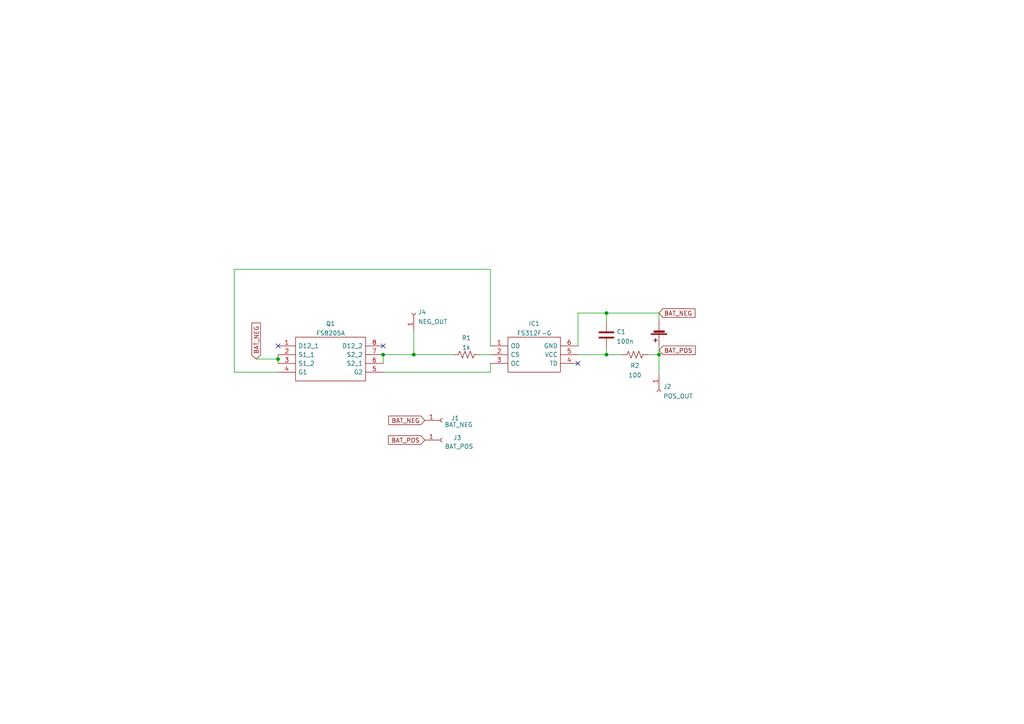
<source format=kicad_sch>
(kicad_sch (version 20211123) (generator eeschema)
  (paper "A4")
  (lib_symbols
    (symbol "!my-kicad-library:FS312F-G" (pin_names (offset 0.762))
      (property "Reference" "IC" (at 21.59 7.62 0))
      (property "Value" "FS312F-G" (at 21.59 5.08 0))
      (symbol "FS312F-G_0_0"
        (pin passive line (at 0 0 0) (length 5.08) (name "OD") (number "1"))
        (pin passive line (at 0 -2.54 0) (length 5.08) (name "CS") (number "2"))
        (pin passive line (at 0 -5.08 0) (length 5.08) (name "OC") (number "3"))
        (pin passive line (at 25.4 -5.08 180) (length 5.08) (name "TD") (number "4"))
        (pin passive line (at 25.4 -2.54 180) (length 5.08) (name "VCC") (number "5"))
        (pin passive line (at 25.4 0 180) (length 5.08) (name "GND") (number "6"))
      )
      (symbol "FS312F-G_0_1"
        (polyline (pts (xy 5.08 2.54) (xy 20.32 2.54) (xy 20.32 -7.62) (xy 5.08 -7.62) (xy 5.08 2.54)) (stroke (width 0.1524)))
      )
    )
    (symbol "!my-kicad-library:FS8205A" (pin_names (offset 0.762))
      (property "Reference" "Q" (at 26.67 7.62 0))
      (property "Value" "FS8205A" (at 26.67 5.08 0))
      (symbol "FS8205A_0_0"
        (pin passive line (at 0 0 0) (length 5.08) (name "D12_1") (number "1"))
        (pin passive line (at 0 -2.54 0) (length 5.08) (name "S1_1") (number "2"))
        (pin passive line (at 0 -5.08 0) (length 5.08) (name "S1_2") (number "3"))
        (pin passive line (at 0 -7.62 0) (length 5.08) (name "G1") (number "4"))
        (pin passive line (at 30.48 -7.62 180) (length 5.08) (name "G2") (number "5"))
        (pin passive line (at 30.48 -5.08 180) (length 5.08) (name "S2_1") (number "6"))
        (pin passive line (at 30.48 -2.54 180) (length 5.08) (name "S2_2") (number "7"))
        (pin passive line (at 30.48 0 180) (length 5.08) (name "D12_2") (number "8"))
      )
      (symbol "FS8205A_0_1"
        (polyline (pts (xy 5.08 2.54) (xy 25.4 2.54) (xy 25.4 -10.16) (xy 5.08 -10.16) (xy 5.08 2.54)) (stroke (width 0.1524)))
      )
    )
    (symbol "Connector:Conn_01x01_Female" (pin_names (offset 1.016) hide)
      (property "Reference" "J" (at 0 2.54 0))
      (property "Value" "Conn_01x01_Female" (at 0 -2.54 0))
      (symbol "Conn_01x01_Female_1_1"
        (polyline (pts (xy -1.27 0) (xy -0.508 0)) (stroke (width 0.1524)))
        (arc (start 0 0.508) (mid -0.508 0) (end 0 -0.508) (stroke (width 0.1524)))
        (pin passive line (at -5.08 0 0) (length 3.81) (name "Pin_1") (number "1"))
      )
    )
    (symbol "Device:Battery_Cell" (pin_numbers hide) (pin_names (offset 0) hide)
      (property "Reference" "BT" (at 2.54 2.54 0))
      (property "Value" "Battery_Cell" (at 2.54 0 0))
      (symbol "Battery_Cell_0_1"
        (rectangle (start -2.286 1.778) (end 2.286 1.524) (fill (type outline)))
        (rectangle (start -1.5748 1.1938) (end 1.4732 0.6858) (fill (type outline)))
        (polyline (pts (xy 0 0.762) (xy 0 0)))
        (polyline (pts (xy 0 1.778) (xy 0 2.54)))
        (polyline (pts (xy 0.508 3.429) (xy 1.524 3.429)) (stroke (width 0.254)))
        (polyline (pts (xy 1.016 3.937) (xy 1.016 2.921)) (stroke (width 0.254)))
      )
      (symbol "Battery_Cell_1_1"
        (pin passive line (at 0 5.08 270) (length 2.54) (name "+") (number "1"))
        (pin passive line (at 0 -2.54 90) (length 2.54) (name "-") (number "2"))
      )
    )
    (symbol "Device:C" (pin_numbers hide) (pin_names (offset 0.254))
      (property "Reference" "C" (at 0.635 2.54 0))
      (property "Value" "C" (at 0.635 -2.54 0))
      (symbol "C_0_1"
        (polyline (pts (xy -2.032 -0.762) (xy 2.032 -0.762)) (stroke (width 0.508)))
        (polyline (pts (xy -2.032 0.762) (xy 2.032 0.762)) (stroke (width 0.508)))
      )
      (symbol "C_1_1"
        (pin passive line (at 0 3.81 270) (length 2.794) (name "~") (number "1"))
        (pin passive line (at 0 -3.81 90) (length 2.794) (name "~") (number "2"))
      )
    )
    (symbol "Device:R_US" (pin_numbers hide) (pin_names (offset 0))
      (property "Reference" "R" (at 2.54 0 90))
      (property "Value" "R_US" (at -2.54 0 90))
      (symbol "R_US_0_1"
        (polyline (pts (xy 0 -2.286) (xy 0 -2.54)))
        (polyline (pts (xy 0 2.286) (xy 0 2.54)))
        (polyline (pts (xy 0 -0.762) (xy 1.016 -1.143) (xy 0 -1.524) (xy -1.016 -1.905) (xy 0 -2.286)))
        (polyline (pts (xy 0 0.762) (xy 1.016 0.381) (xy 0 0) (xy -1.016 -0.381) (xy 0 -0.762)))
        (polyline (pts (xy 0 2.286) (xy 1.016 1.905) (xy 0 1.524) (xy -1.016 1.143) (xy 0 0.762)))
      )
      (symbol "R_US_1_1"
        (pin passive line (at 0 3.81 270) (length 1.27) (name "~") (number "1"))
        (pin passive line (at 0 -3.81 90) (length 1.27) (name "~") (number "2"))
      )
    )
  )
  (junction (at 111.125 102.87))
  (junction (at 175.895 90.805))
  (junction (at 80.645 104.14))
  (junction (at 120.015 102.87))
  (junction (at 175.895 102.87))
  (junction (at 191.135 102.87))
  (no_connect (at 111.125 100.33))
  (no_connect (at 80.645 100.33))
  (no_connect (at 167.64 105.41))
  (wire (pts (xy 142.24 78.105) (xy 67.945 78.105)))
  (wire (pts (xy 67.945 107.95) (xy 80.645 107.95)))
  (wire (pts (xy 120.015 102.87) (xy 131.445 102.87)))
  (wire (pts (xy 67.945 78.105) (xy 67.945 107.95)))
  (wire (pts (xy 175.895 90.805) (xy 175.895 93.345)))
  (wire (pts (xy 120.015 95.885) (xy 120.015 102.87)))
  (wire (pts (xy 191.135 102.87) (xy 191.135 108.585)))
  (wire (pts (xy 142.24 100.33) (xy 142.24 78.105)))
  (wire (pts (xy 191.135 100.33) (xy 191.135 102.87)))
  (wire (pts (xy 111.125 102.87) (xy 120.015 102.87)))
  (wire (pts (xy 167.64 102.87) (xy 175.895 102.87)))
  (wire (pts (xy 191.135 90.805) (xy 191.135 92.71)))
  (wire (pts (xy 142.24 107.95) (xy 111.125 107.95)))
  (wire (pts (xy 111.125 105.41) (xy 111.125 102.87)))
  (wire (pts (xy 167.64 90.805) (xy 175.895 90.805)))
  (wire (pts (xy 139.065 102.87) (xy 142.24 102.87)))
  (wire (pts (xy 167.64 100.33) (xy 167.64 90.805)))
  (wire (pts (xy 175.895 90.805) (xy 191.135 90.805)))
  (wire (pts (xy 175.895 100.965) (xy 175.895 102.87)))
  (wire (pts (xy 142.24 105.41) (xy 142.24 107.95)))
  (wire (pts (xy 180.34 102.87) (xy 175.895 102.87)))
  (wire (pts (xy 80.645 104.14) (xy 80.645 105.41)))
  (wire (pts (xy 191.135 102.87) (xy 187.96 102.87)))
  (wire (pts (xy 80.645 102.87) (xy 80.645 104.14)))
  (wire (pts (xy 74.295 104.14) (xy 80.645 104.14)))
  (global_label "BAT_NEG" (shape input) (at 191.135 90.805 0) (property "Intersheet References" "${INTERSHEET_REFS}" (effects hide)))
  (global_label "BAT_NEG" (shape input) (at 123.19 121.92 180) (property "Intersheet References" "${INTERSHEET_REFS}" (effects hide)))
  (global_label "BAT_POS" (shape input) (at 191.135 101.6 0) (property "Intersheet References" "${INTERSHEET_REFS}" (effects hide)))
  (global_label "BAT_NEG" (shape input) (at 74.295 104.14 90) (property "Intersheet References" "${INTERSHEET_REFS}" (effects hide)))
  (global_label "BAT_POS" (shape input) (at 123.19 127.635 180) (property "Intersheet References" "${INTERSHEET_REFS}" (effects hide)))
  (symbol (lib_id "!my-kicad-library:FS312F-G") (at 142.24 100.33 0) (unit 1)
    (property "Reference" "IC1" (at 154.94 93.8743 0))
    (property "Value" "FS312F-G" (at 154.94 96.6494 0))
    (property "Footprint" "!my-kicad-library:SOT95P280X145-6N" (effects hide))
    (property "Datasheet" "https://www.ic-fortune.com/upload/Download/FS312F-G-DS-12_EN.pdf" (effects hide))
    (property "Description" "One Cell Lithium-ion/Polymer Battery Protection IC" (effects hide))
    (property "Height" "1.45" (effects hide))
    (property "Manufacturer_Name" "Fortune Semiconductor Corporation" (effects hide))
    (property "Manufacturer_Part_Number" "FS312F-G" (effects hide))
  )
  (symbol (lib_id "Device:Battery_Cell") (at 191.135 95.25 180) (unit 1) (in_bom no) (on_board no)
    (property "Reference" "BT1" (effects hide))
    (property "Value" "Battery_Cell" (effects hide))
  )
  (symbol (lib_id "Connector:Conn_01x01_Female") (at 191.135 113.665 270) (unit 1)
    (property "Reference" "J2" (at 192.3542 112.1215 90) (effects (justify left)))
    (property "Value" "POS_OUT" (at 192.3542 114.8966 90) (effects (justify left)))
    (property "Footprint" "Connector_Wire:SolderWirePad_1x01_SMD_1x2mm" (effects hide))
  )
  (symbol (lib_id "Device:R_US") (at 184.15 102.87 90) (unit 1)
    (property "Reference" "R2" (at 184.15 106.045 90))
    (property "Value" "100" (at 184.15 108.8201 90))
    (property "Footprint" "Resistor_SMD:R_0805_2012Metric" (effects hide))
  )
  (symbol (lib_id "!my-kicad-library:FS8205A") (at 80.645 100.33 0) (unit 1)
    (property "Reference" "Q1" (at 95.885 93.8743 0))
    (property "Value" "FS8205A" (at 95.885 96.6494 0))
    (property "Footprint" "!my-kicad-library:SOP65P640X120-8N" (effects hide))
    (property "Datasheet" "http://www.ic-fortune.com/upload/Download/FS8205A-DS-12_EN.pdf" (effects hide))
    (property "Description" "Dual N-Channel Enahncement Mode Power MOSFET" (effects hide))
    (property "Height" "1.2" (effects hide))
    (property "Manufacturer_Name" "fortune" (effects hide))
    (property "Manufacturer_Part_Number" "FS8205A" (effects hide))
  )
  (symbol (lib_id "Device:C") (at 175.895 97.155 0) (unit 1)
    (property "Reference" "C1" (at 178.816 96.2465 0) (effects (justify left)))
    (property "Value" "100n" (at 178.816 99.0216 0) (effects (justify left)))
    (property "Footprint" "Capacitor_SMD:C_1206_3216Metric" (effects hide))
  )
  (symbol (lib_id "Connector:Conn_01x01_Female") (at 128.27 121.92 0) (unit 1)
    (property "Reference" "J1" (at 130.81 121.285 0) (effects (justify left)))
    (property "Value" "BAT_NEG" (at 128.905 123.19 0) (effects (justify left)))
    (property "Footprint" "Connector_Wire:SolderWirePad_1x01_SMD_1x2mm" (effects hide))
  )
  (symbol (lib_id "Connector:Conn_01x01_Female") (at 128.27 127.635 0) (unit 1)
    (property "Reference" "J3" (at 131.445 127 0) (effects (justify left)))
    (property "Value" "BAT_POS" (at 128.9812 129.5016 0) (effects (justify left)))
    (property "Footprint" "Connector_Wire:SolderWirePad_1x01_SMD_1x2mm" (effects hide))
  )
  (symbol (lib_id "Device:R_US") (at 135.255 102.87 90) (unit 1)
    (property "Reference" "R1" (at 135.255 98.0145 90))
    (property "Value" "1k" (at 135.255 100.7896 90))
    (property "Footprint" "Resistor_SMD:R_0805_2012Metric" (effects hide))
  )
  (symbol (lib_id "Connector:Conn_01x01_Female") (at 120.015 90.805 90) (unit 1)
    (property "Reference" "J4" (at 121.2342 90.5315 90) (effects (justify right)))
    (property "Value" "NEG_OUT" (at 121.2342 93.3066 90) (effects (justify right)))
    (property "Footprint" "Connector_Wire:SolderWirePad_1x01_SMD_1x2mm" (effects hide))
  )
)
</source>
